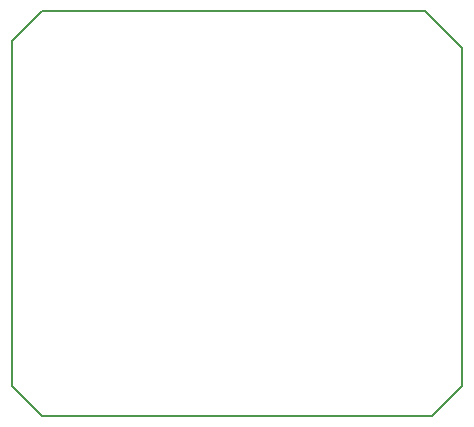
<source format=gm1>
G04 #@! TF.FileFunction,Profile,NP*
%FSLAX46Y46*%
G04 Gerber Fmt 4.6, Leading zero omitted, Abs format (unit mm)*
G04 Created by KiCad (PCBNEW 4.0.7-e2-6376~58~ubuntu17.04.1) date Sat Oct 28 19:32:16 2017*
%MOMM*%
%LPD*%
G01*
G04 APERTURE LIST*
%ADD10C,0.100000*%
%ADD11C,0.150000*%
G04 APERTURE END LIST*
D10*
D11*
X135255000Y-93980000D02*
X167640000Y-93980000D01*
X135255000Y-128270000D02*
X168275000Y-128270000D01*
X170815000Y-97155000D02*
X167640000Y-93980000D01*
X170815000Y-125730000D02*
X170815000Y-97155000D01*
X168275000Y-128270000D02*
X170815000Y-125730000D01*
X132715000Y-96520000D02*
X135255000Y-93980000D01*
X132715000Y-125730000D02*
X132715000Y-96520000D01*
X132715000Y-125730000D02*
X135255000Y-128270000D01*
M02*

</source>
